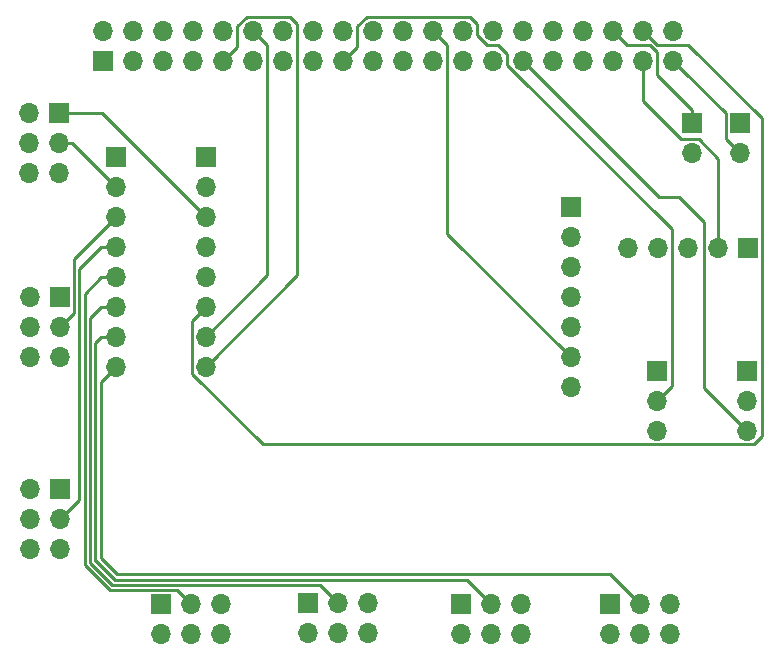
<source format=gbl>
G04 #@! TF.GenerationSoftware,KiCad,Pcbnew,(5.1.0)-1*
G04 #@! TF.CreationDate,2019-11-17T18:32:19+09:00*
G04 #@! TF.ProjectId,PakeOtiKun,50616b65-4f74-4694-9b75-6e2e6b696361,1*
G04 #@! TF.SameCoordinates,Original*
G04 #@! TF.FileFunction,Copper,L2,Bot*
G04 #@! TF.FilePolarity,Positive*
%FSLAX46Y46*%
G04 Gerber Fmt 4.6, Leading zero omitted, Abs format (unit mm)*
G04 Created by KiCad (PCBNEW (5.1.0)-1) date 2019-11-17 18:32:19*
%MOMM*%
%LPD*%
G04 APERTURE LIST*
%ADD10R,1.700000X1.700000*%
%ADD11O,1.700000X1.700000*%
%ADD12C,0.250000*%
G04 APERTURE END LIST*
D10*
X109245400Y-95732600D03*
D11*
X106705400Y-95732600D03*
X109245400Y-98272600D03*
X106705400Y-98272600D03*
X109245400Y-100812600D03*
X106705400Y-100812600D03*
D10*
X167487600Y-91541600D03*
D11*
X164947600Y-91541600D03*
X162407600Y-91541600D03*
X159867600Y-91541600D03*
X157327600Y-91541600D03*
D10*
X152476200Y-88112600D03*
D11*
X152476200Y-90652600D03*
X152476200Y-93192600D03*
X152476200Y-95732600D03*
X152476200Y-98272600D03*
X152476200Y-100812600D03*
X152476200Y-103352600D03*
X106705400Y-117043200D03*
X109245400Y-117043200D03*
X106705400Y-114503200D03*
X109245400Y-114503200D03*
X106705400Y-111963200D03*
D10*
X109245400Y-111963200D03*
X117805200Y-121742200D03*
D11*
X117805200Y-124282200D03*
X120345200Y-121742200D03*
X120345200Y-124282200D03*
X122885200Y-121742200D03*
X122885200Y-124282200D03*
X135280400Y-124155200D03*
X135280400Y-121615200D03*
X132740400Y-124155200D03*
X132740400Y-121615200D03*
X130200400Y-124155200D03*
D10*
X130200400Y-121615200D03*
X143205200Y-121742200D03*
D11*
X143205200Y-124282200D03*
X145745200Y-121742200D03*
X145745200Y-124282200D03*
X148285200Y-121742200D03*
X148285200Y-124282200D03*
X160909000Y-124282200D03*
X160909000Y-121742200D03*
X158369000Y-124282200D03*
X158369000Y-121742200D03*
X155829000Y-124282200D03*
D10*
X155829000Y-121742200D03*
D11*
X106578400Y-85242400D03*
X109118400Y-85242400D03*
X106578400Y-82702400D03*
X109118400Y-82702400D03*
X106578400Y-80162400D03*
D10*
X109118400Y-80162400D03*
X166801800Y-81026000D03*
D11*
X166801800Y-83566000D03*
X162763200Y-83566000D03*
D10*
X162763200Y-81026000D03*
D11*
X117983000Y-73177400D03*
X115443000Y-75717400D03*
X130683000Y-75717400D03*
X130683000Y-73177400D03*
X115443000Y-73177400D03*
X117983000Y-75717400D03*
X112903000Y-73177400D03*
D10*
X112903000Y-75717400D03*
D11*
X140843000Y-75717400D03*
X140843000Y-73177400D03*
X125603000Y-75717400D03*
X125603000Y-73177400D03*
X145923000Y-75717400D03*
X145923000Y-73177400D03*
X128143000Y-75717400D03*
X128143000Y-73177400D03*
X123063000Y-75717400D03*
X123063000Y-73177400D03*
X135763000Y-75717400D03*
X135763000Y-73177400D03*
X158623000Y-75717400D03*
X158623000Y-73177400D03*
X153543000Y-75717400D03*
X153543000Y-73177400D03*
X156083000Y-75717400D03*
X156083000Y-73177400D03*
X133223000Y-75717400D03*
X133223000Y-73177400D03*
X151003000Y-75717400D03*
X151003000Y-73177400D03*
X120523000Y-75717400D03*
X120523000Y-73177400D03*
X148463000Y-75717400D03*
X148463000Y-73177400D03*
X138303000Y-75717400D03*
X138303000Y-73177400D03*
X143383000Y-75717400D03*
X143383000Y-73177400D03*
X161163000Y-75717400D03*
X161163000Y-73177400D03*
D10*
X159791400Y-101955600D03*
D11*
X159791400Y-104495600D03*
X159791400Y-107035600D03*
X167411400Y-104495600D03*
D10*
X167411400Y-101955600D03*
D11*
X167411400Y-107035600D03*
X121564400Y-86410800D03*
X121564400Y-99110800D03*
D10*
X121564400Y-83870800D03*
D11*
X121564400Y-94030800D03*
X121564400Y-96570800D03*
X121564400Y-101650800D03*
X121564400Y-88950800D03*
X121564400Y-91490800D03*
X113944400Y-101650800D03*
X113944400Y-99110800D03*
X113944400Y-96570800D03*
X113944400Y-94030800D03*
X113944400Y-91490800D03*
X113944400Y-88950800D03*
X113944400Y-86410800D03*
D10*
X113944400Y-83870800D03*
D12*
X162763200Y-81026000D02*
X162763200Y-79857600D01*
X156932999Y-74027399D02*
X156083000Y-73177400D01*
X157258001Y-74352401D02*
X156932999Y-74027399D01*
X159161591Y-74352401D02*
X157258001Y-74352401D01*
X159798001Y-74988811D02*
X159161591Y-74352401D01*
X159798001Y-76960801D02*
X159798001Y-74988811D01*
X162763200Y-79926000D02*
X159798001Y-76960801D01*
X162763200Y-81026000D02*
X162763200Y-79926000D01*
X141692999Y-74027399D02*
X140843000Y-73177400D01*
X142018001Y-74352401D02*
X141692999Y-74027399D01*
X142018001Y-90354401D02*
X142018001Y-74352401D01*
X152476200Y-100812600D02*
X142018001Y-90354401D01*
X112776000Y-80162400D02*
X109118400Y-80162400D01*
X121564400Y-88950800D02*
X112776000Y-80162400D01*
X126452999Y-74027399D02*
X125603000Y-73177400D01*
X126778001Y-74352401D02*
X126452999Y-74027399D01*
X126778001Y-93897199D02*
X126778001Y-74352401D01*
X121564400Y-99110800D02*
X126778001Y-93897199D01*
X167411400Y-107035600D02*
X163772599Y-103396799D01*
X148463000Y-75717400D02*
X159969200Y-87223600D01*
X159969200Y-87223600D02*
X161620200Y-87223600D01*
X163772599Y-89375999D02*
X163772599Y-103396799D01*
X161620200Y-87223600D02*
X163772599Y-89375999D01*
X110236000Y-82702400D02*
X109118400Y-82702400D01*
X113944400Y-86410800D02*
X110236000Y-82702400D01*
X110095399Y-97422601D02*
X109245400Y-98272600D01*
X110420401Y-97097599D02*
X110095399Y-97422601D01*
X110420401Y-92474799D02*
X110420401Y-97097599D01*
X113944400Y-88950800D02*
X110420401Y-92474799D01*
X112742319Y-91490800D02*
X110870411Y-93362708D01*
X113944400Y-91490800D02*
X112742319Y-91490800D01*
X110870411Y-112878189D02*
X109245400Y-114503200D01*
X110870411Y-93362708D02*
X110870411Y-112878189D01*
X113944400Y-94030800D02*
X112742319Y-94030800D01*
X112742319Y-94030800D02*
X111320421Y-95452698D01*
X111320421Y-95452698D02*
X111320421Y-118457821D01*
X111320421Y-118457821D02*
X113429799Y-120567199D01*
X119495201Y-120892201D02*
X120345200Y-121742200D01*
X113429799Y-120567199D02*
X119170199Y-120567199D01*
X119170199Y-120567199D02*
X119495201Y-120892201D01*
X112742319Y-96570800D02*
X111770431Y-97542688D01*
X113944400Y-96570800D02*
X112742319Y-96570800D01*
X111770431Y-97542688D02*
X111770431Y-118271421D01*
X111770431Y-118271421D02*
X113616199Y-120117189D01*
X131242389Y-120117189D02*
X132740400Y-121615200D01*
X113616199Y-120117189D02*
X131242389Y-120117189D01*
X112742319Y-99110800D02*
X112220441Y-99632678D01*
X113944400Y-99110800D02*
X112742319Y-99110800D01*
X112220441Y-99632678D02*
X112220441Y-118085021D01*
X112268421Y-118085021D02*
X113850579Y-119667179D01*
X112220441Y-118085021D02*
X112268421Y-118085021D01*
X143670179Y-119667179D02*
X145745200Y-121742200D01*
X113850579Y-119667179D02*
X143670179Y-119667179D01*
X113944400Y-101650800D02*
X112670451Y-102924749D01*
X112670451Y-102924749D02*
X112670451Y-117850641D01*
X112694441Y-117850641D02*
X114046000Y-119202200D01*
X112670451Y-117850641D02*
X112694441Y-117850641D01*
X155829000Y-119202200D02*
X158369000Y-121742200D01*
X114046000Y-119202200D02*
X155829000Y-119202200D01*
X162012999Y-76567399D02*
X161163000Y-75717400D01*
X165626799Y-80181199D02*
X162012999Y-76567399D01*
X165626799Y-82390999D02*
X165626799Y-80181199D01*
X166801800Y-83566000D02*
X165626799Y-82390999D01*
X121564400Y-101650800D02*
X121728602Y-101650800D01*
X123912999Y-74867401D02*
X123063000Y-75717400D01*
X124238001Y-74542399D02*
X123912999Y-74867401D01*
X124238001Y-72803397D02*
X124238001Y-74542399D01*
X125038999Y-72002399D02*
X124238001Y-72803397D01*
X128707001Y-72002399D02*
X125038999Y-72002399D01*
X129318001Y-72613399D02*
X128707001Y-72002399D01*
X129318001Y-93897199D02*
X129318001Y-72613399D01*
X121564400Y-101650800D02*
X129318001Y-93897199D01*
X159472999Y-74027399D02*
X158623000Y-73177400D01*
X159798001Y-74352401D02*
X159472999Y-74027399D01*
X162413203Y-74352401D02*
X159798001Y-74352401D01*
X168662601Y-80601799D02*
X162413203Y-74352401D01*
X121564400Y-96570800D02*
X120389399Y-97745801D01*
X120389399Y-97745801D02*
X120389399Y-102214801D01*
X120389399Y-102214801D02*
X126385199Y-108210601D01*
X126385199Y-108210601D02*
X167975401Y-108210601D01*
X167975401Y-108210601D02*
X168662601Y-107523401D01*
X168662601Y-107523401D02*
X168662601Y-80601799D01*
X135198999Y-72002399D02*
X134398001Y-72803397D01*
X143947001Y-72002399D02*
X135198999Y-72002399D01*
X144558001Y-73551403D02*
X144558001Y-72613399D01*
X134072999Y-74867401D02*
X133223000Y-75717400D01*
X145358999Y-74352401D02*
X144558001Y-73551403D01*
X146297003Y-74352401D02*
X145358999Y-74352401D01*
X144558001Y-72613399D02*
X143947001Y-72002399D01*
X147098001Y-75153399D02*
X146297003Y-74352401D01*
X147098001Y-76054201D02*
X147098001Y-75153399D01*
X161042601Y-89998801D02*
X147098001Y-76054201D01*
X134398001Y-74542399D02*
X134072999Y-74867401D01*
X161042601Y-103244399D02*
X161042601Y-89998801D01*
X134398001Y-72803397D02*
X134398001Y-74542399D01*
X159791400Y-104495600D02*
X161042601Y-103244399D01*
X158623000Y-76919481D02*
X158623000Y-75717400D01*
X158623000Y-79170802D02*
X158623000Y-76919481D01*
X161843197Y-82390999D02*
X158623000Y-79170802D01*
X163327201Y-82390999D02*
X161843197Y-82390999D01*
X164947600Y-84011398D02*
X163327201Y-82390999D01*
X164947600Y-91541600D02*
X164947600Y-84011398D01*
M02*

</source>
